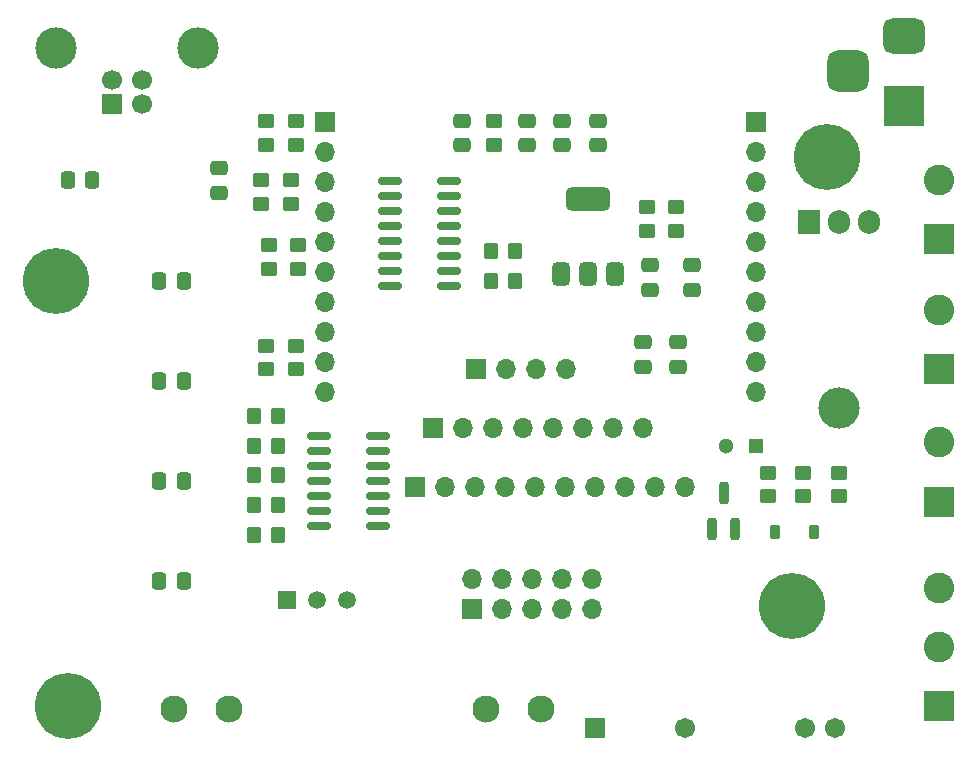
<source format=gbr>
%TF.GenerationSoftware,KiCad,Pcbnew,8.0.3*%
%TF.CreationDate,2024-06-29T17:40:48+07:00*%
%TF.ProjectId,solder-reflow,736f6c64-6572-42d7-9265-666c6f772e6b,rev?*%
%TF.SameCoordinates,Original*%
%TF.FileFunction,Soldermask,Bot*%
%TF.FilePolarity,Negative*%
%FSLAX46Y46*%
G04 Gerber Fmt 4.6, Leading zero omitted, Abs format (unit mm)*
G04 Created by KiCad (PCBNEW 8.0.3) date 2024-06-29 17:40:48*
%MOMM*%
%LPD*%
G01*
G04 APERTURE LIST*
G04 Aperture macros list*
%AMRoundRect*
0 Rectangle with rounded corners*
0 $1 Rounding radius*
0 $2 $3 $4 $5 $6 $7 $8 $9 X,Y pos of 4 corners*
0 Add a 4 corners polygon primitive as box body*
4,1,4,$2,$3,$4,$5,$6,$7,$8,$9,$2,$3,0*
0 Add four circle primitives for the rounded corners*
1,1,$1+$1,$2,$3*
1,1,$1+$1,$4,$5*
1,1,$1+$1,$6,$7*
1,1,$1+$1,$8,$9*
0 Add four rect primitives between the rounded corners*
20,1,$1+$1,$2,$3,$4,$5,0*
20,1,$1+$1,$4,$5,$6,$7,0*
20,1,$1+$1,$6,$7,$8,$9,0*
20,1,$1+$1,$8,$9,$2,$3,0*%
G04 Aperture macros list end*
%ADD10C,5.600000*%
%ADD11R,1.500000X1.500000*%
%ADD12C,1.500000*%
%ADD13R,1.700000X1.700000*%
%ADD14C,1.700000*%
%ADD15C,3.500000*%
%ADD16R,2.600000X2.600000*%
%ADD17C,2.600000*%
%ADD18O,1.700000X1.700000*%
%ADD19R,1.300000X1.300000*%
%ADD20C,1.300000*%
%ADD21R,3.500000X3.500000*%
%ADD22RoundRect,0.750000X-1.000000X0.750000X-1.000000X-0.750000X1.000000X-0.750000X1.000000X0.750000X0*%
%ADD23RoundRect,0.875000X-0.875000X0.875000X-0.875000X-0.875000X0.875000X-0.875000X0.875000X0.875000X0*%
%ADD24RoundRect,0.250000X-0.450000X0.350000X-0.450000X-0.350000X0.450000X-0.350000X0.450000X0.350000X0*%
%ADD25RoundRect,0.250000X0.337500X0.475000X-0.337500X0.475000X-0.337500X-0.475000X0.337500X-0.475000X0*%
%ADD26RoundRect,0.250000X-0.350000X-0.450000X0.350000X-0.450000X0.350000X0.450000X-0.350000X0.450000X0*%
%ADD27RoundRect,0.250000X0.450000X-0.350000X0.450000X0.350000X-0.450000X0.350000X-0.450000X-0.350000X0*%
%ADD28RoundRect,0.150000X0.825000X0.150000X-0.825000X0.150000X-0.825000X-0.150000X0.825000X-0.150000X0*%
%ADD29RoundRect,0.250000X0.350000X0.450000X-0.350000X0.450000X-0.350000X-0.450000X0.350000X-0.450000X0*%
%ADD30RoundRect,0.250000X0.475000X-0.337500X0.475000X0.337500X-0.475000X0.337500X-0.475000X-0.337500X0*%
%ADD31RoundRect,0.225000X0.225000X0.375000X-0.225000X0.375000X-0.225000X-0.375000X0.225000X-0.375000X0*%
%ADD32RoundRect,0.250000X-0.475000X0.337500X-0.475000X-0.337500X0.475000X-0.337500X0.475000X0.337500X0*%
%ADD33RoundRect,0.375000X0.375000X-0.625000X0.375000X0.625000X-0.375000X0.625000X-0.375000X-0.625000X0*%
%ADD34RoundRect,0.500000X1.400000X-0.500000X1.400000X0.500000X-1.400000X0.500000X-1.400000X-0.500000X0*%
%ADD35RoundRect,0.102000X-0.754000X-0.754000X0.754000X-0.754000X0.754000X0.754000X-0.754000X0.754000X0*%
%ADD36C,1.712000*%
%ADD37C,2.300000*%
%ADD38RoundRect,0.200000X0.200000X-0.750000X0.200000X0.750000X-0.200000X0.750000X-0.200000X-0.750000X0*%
%ADD39O,3.500000X3.500000*%
%ADD40R,1.905000X2.000000*%
%ADD41O,1.905000X2.000000*%
G04 APERTURE END LIST*
D10*
%TO.C,H1*%
X107250000Y-89500000D03*
%TD*%
D11*
%TO.C,U1*%
X126750000Y-116500000D03*
D12*
X129290000Y-116500000D03*
X131830000Y-116500000D03*
%TD*%
D13*
%TO.C,J6*%
X112000000Y-74500000D03*
D14*
X114500000Y-74500000D03*
X114500000Y-72500000D03*
X112000000Y-72500000D03*
D15*
X107230000Y-69790000D03*
X119270000Y-69790000D03*
%TD*%
D16*
%TO.C,J3*%
X182000000Y-97000000D03*
D17*
X182000000Y-92000000D03*
%TD*%
D10*
%TO.C,H2*%
X172500000Y-79000000D03*
%TD*%
D13*
%TO.C,J13*%
X142425000Y-117275000D03*
D18*
X142425000Y-114735000D03*
X144965000Y-117275000D03*
X144965000Y-114735000D03*
X147505000Y-117275000D03*
X147505000Y-114735000D03*
X150045000Y-117275000D03*
X150045000Y-114735000D03*
X152585000Y-117275000D03*
X152585000Y-114735000D03*
%TD*%
D10*
%TO.C,H5*%
X108250000Y-125500000D03*
%TD*%
D13*
%TO.C,J11*%
X139125000Y-101975000D03*
D18*
X141665000Y-101975000D03*
X144205000Y-101975000D03*
X146745000Y-101975000D03*
X149285000Y-101975000D03*
X151825000Y-101975000D03*
X154365000Y-101975000D03*
X156905000Y-101975000D03*
%TD*%
D19*
%TO.C,TH1*%
X166500000Y-103500000D03*
D20*
X163960000Y-103500000D03*
%TD*%
D13*
%TO.C,J8*%
X166500000Y-76075000D03*
D18*
X166500000Y-78615000D03*
X166500000Y-81155000D03*
X166500000Y-83695000D03*
X166500000Y-86235000D03*
X166500000Y-88775000D03*
X166500000Y-91315000D03*
X166500000Y-93855000D03*
X166500000Y-96395000D03*
X166500000Y-98935000D03*
%TD*%
D16*
%TO.C,J1*%
X182000000Y-125500000D03*
D17*
X182000000Y-120500000D03*
X182000000Y-115500000D03*
%TD*%
D16*
%TO.C,J9*%
X182000000Y-86000000D03*
D17*
X182000000Y-81000000D03*
%TD*%
D13*
%TO.C,J2*%
X142790000Y-96990000D03*
D18*
X145330000Y-96990000D03*
X147870000Y-96990000D03*
X150410000Y-96990000D03*
%TD*%
D16*
%TO.C,J5*%
X182000000Y-108194674D03*
D17*
X182000000Y-103194674D03*
%TD*%
D13*
%TO.C,J7*%
X137575000Y-107000000D03*
D18*
X140115000Y-107000000D03*
X142655000Y-107000000D03*
X145195000Y-107000000D03*
X147735000Y-107000000D03*
X150275000Y-107000000D03*
X152815000Y-107000000D03*
X155355000Y-107000000D03*
X157895000Y-107000000D03*
X160435000Y-107000000D03*
%TD*%
D10*
%TO.C,H4*%
X169500000Y-117000000D03*
%TD*%
D21*
%TO.C,J4*%
X179000000Y-74750000D03*
D22*
X179000000Y-68750000D03*
D23*
X174300000Y-71750000D03*
%TD*%
D13*
%TO.C,J10*%
X130000000Y-76075000D03*
D18*
X130000000Y-78615000D03*
X130000000Y-81155000D03*
X130000000Y-83695000D03*
X130000000Y-86235000D03*
X130000000Y-88775000D03*
X130000000Y-91315000D03*
X130000000Y-93855000D03*
X130000000Y-96395000D03*
X130000000Y-98935000D03*
%TD*%
D24*
%TO.C,R31*%
X127500000Y-76000000D03*
X127500000Y-78000000D03*
%TD*%
D25*
%TO.C,C19*%
X118037500Y-114900000D03*
X115962500Y-114900000D03*
%TD*%
D26*
%TO.C,R6*%
X124000000Y-100990000D03*
X126000000Y-100990000D03*
%TD*%
D27*
%TO.C,R14*%
X170500000Y-107750000D03*
X170500000Y-105750000D03*
%TD*%
D28*
%TO.C,U7*%
X140475000Y-81055000D03*
X140475000Y-82325000D03*
X140475000Y-83595000D03*
X140475000Y-84865000D03*
X140475000Y-86135000D03*
X140475000Y-87405000D03*
X140475000Y-88675000D03*
X140475000Y-89945000D03*
X135525000Y-89945000D03*
X135525000Y-88675000D03*
X135525000Y-87405000D03*
X135525000Y-86135000D03*
X135525000Y-84865000D03*
X135525000Y-83595000D03*
X135525000Y-82325000D03*
X135525000Y-81055000D03*
%TD*%
D24*
%TO.C,R32*%
X127500000Y-95000000D03*
X127500000Y-97000000D03*
%TD*%
D29*
%TO.C,R12*%
X146090000Y-89490000D03*
X144090000Y-89490000D03*
%TD*%
D30*
%TO.C,C8*%
X159893000Y-96787500D03*
X159893000Y-94712500D03*
%TD*%
D24*
%TO.C,R26*%
X157250000Y-83250000D03*
X157250000Y-85250000D03*
%TD*%
%TO.C,R27*%
X159750000Y-83250000D03*
X159750000Y-85250000D03*
%TD*%
%TO.C,R17*%
X124590002Y-81000000D03*
X124590002Y-83000000D03*
%TD*%
D29*
%TO.C,R4*%
X126000000Y-105990000D03*
X124000000Y-105990000D03*
%TD*%
D30*
%TO.C,C11*%
X141590000Y-78027500D03*
X141590000Y-75952500D03*
%TD*%
D27*
%TO.C,R15*%
X173500000Y-107750000D03*
X173500000Y-105750000D03*
%TD*%
%TO.C,R28*%
X144290910Y-78000000D03*
X144290910Y-76000000D03*
%TD*%
D25*
%TO.C,C17*%
X118037500Y-98000000D03*
X115962500Y-98000000D03*
%TD*%
D31*
%TO.C,D1*%
X171400000Y-110750000D03*
X168100000Y-110750000D03*
%TD*%
D24*
%TO.C,R20*%
X124999998Y-95000000D03*
X124999998Y-97000000D03*
%TD*%
D30*
%TO.C,C13*%
X147090000Y-78027500D03*
X147090000Y-75952500D03*
%TD*%
D25*
%TO.C,C16*%
X118037500Y-89550000D03*
X115962500Y-89550000D03*
%TD*%
%TO.C,C18*%
X118037500Y-106450000D03*
X115962500Y-106450000D03*
%TD*%
D32*
%TO.C,C15*%
X121000000Y-79962500D03*
X121000000Y-82037500D03*
%TD*%
D33*
%TO.C,U3*%
X154550000Y-88900000D03*
X152250000Y-88900000D03*
D34*
X152250000Y-82600000D03*
D33*
X149950000Y-88900000D03*
%TD*%
D32*
%TO.C,C6*%
X161051192Y-88212500D03*
X161051192Y-90287500D03*
%TD*%
%TO.C,C9*%
X156893000Y-94712500D03*
X156893000Y-96787500D03*
%TD*%
D35*
%TO.C,K1*%
X152840000Y-127400000D03*
D36*
X160460000Y-127400000D03*
X170620000Y-127400000D03*
X173160000Y-127400000D03*
%TD*%
D29*
%TO.C,R2*%
X126000000Y-108490000D03*
X124000000Y-108490000D03*
%TD*%
D27*
%TO.C,R18*%
X167500000Y-107750000D03*
X167500000Y-105750000D03*
%TD*%
D30*
%TO.C,C2*%
X153090000Y-78027500D03*
X153090000Y-75952500D03*
%TD*%
D37*
%TO.C,F1*%
X148250000Y-125750000D03*
X143650000Y-125750000D03*
X121850000Y-125750000D03*
X117250000Y-125750000D03*
%TD*%
D29*
%TO.C,R5*%
X126000000Y-103490000D03*
X124000000Y-103490000D03*
%TD*%
D24*
%TO.C,R19*%
X124999998Y-76000000D03*
X124999998Y-78000000D03*
%TD*%
D32*
%TO.C,C7*%
X157551192Y-88212500D03*
X157551192Y-90287500D03*
%TD*%
D29*
%TO.C,R13*%
X146090000Y-86990000D03*
X144090000Y-86990000D03*
%TD*%
D24*
%TO.C,R29*%
X127750002Y-86500000D03*
X127750002Y-88500000D03*
%TD*%
%TO.C,R16*%
X125250000Y-86500000D03*
X125250000Y-88500000D03*
%TD*%
D28*
%TO.C,U2*%
X134475000Y-102690000D03*
X134475000Y-103960000D03*
X134475000Y-105230000D03*
X134475000Y-106500000D03*
X134475000Y-107770000D03*
X134475000Y-109040000D03*
X134475000Y-110310000D03*
X129525000Y-110310000D03*
X129525000Y-109040000D03*
X129525000Y-107770000D03*
X129525000Y-106500000D03*
X129525000Y-105230000D03*
X129525000Y-103960000D03*
X129525000Y-102690000D03*
%TD*%
D29*
%TO.C,R1*%
X126000000Y-110990000D03*
X124000000Y-110990000D03*
%TD*%
D25*
%TO.C,C14*%
X110287500Y-81000000D03*
X108212500Y-81000000D03*
%TD*%
D30*
%TO.C,C12*%
X150090000Y-78027500D03*
X150090000Y-75952500D03*
%TD*%
D38*
%TO.C,Q1*%
X164700000Y-110500000D03*
X162800000Y-110500000D03*
X163750000Y-107500000D03*
%TD*%
D39*
%TO.C,U4*%
X173540000Y-100300000D03*
D40*
X171000000Y-84500000D03*
D41*
X173540000Y-84500000D03*
X176080000Y-84500000D03*
%TD*%
D24*
%TO.C,R30*%
X127090004Y-81000000D03*
X127090004Y-83000000D03*
%TD*%
M02*

</source>
